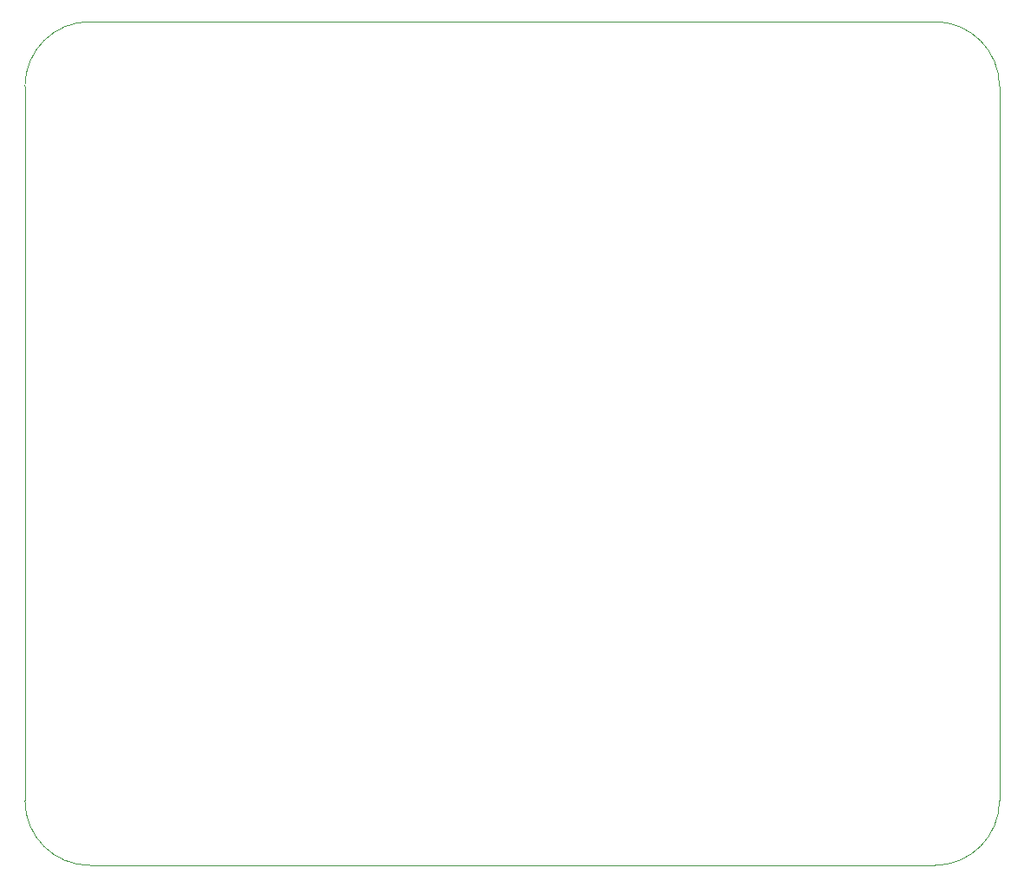
<source format=gbr>
%TF.GenerationSoftware,KiCad,Pcbnew,7.0.5*%
%TF.CreationDate,2023-09-16T15:25:37-07:00*%
%TF.ProjectId,ValveServoI2C,56616c76-6553-4657-9276-6f4932432e6b,rev?*%
%TF.SameCoordinates,Original*%
%TF.FileFunction,Profile,NP*%
%FSLAX46Y46*%
G04 Gerber Fmt 4.6, Leading zero omitted, Abs format (unit mm)*
G04 Created by KiCad (PCBNEW 7.0.5) date 2023-09-16 15:25:37*
%MOMM*%
%LPD*%
G01*
G04 APERTURE LIST*
%TA.AperFunction,Profile*%
%ADD10C,0.100000*%
%TD*%
G04 APERTURE END LIST*
D10*
X76200000Y-120650000D02*
X76200000Y-50800000D01*
X76200000Y-120650000D02*
G75*
G03*
X82550000Y-127000000I6350000J0D01*
G01*
X171450000Y-50800000D02*
X171450000Y-120650000D01*
X165100000Y-127000000D02*
G75*
G03*
X171450000Y-120650000I0J6350000D01*
G01*
X82550000Y-44450000D02*
G75*
G03*
X76200000Y-50800000I0J-6350000D01*
G01*
X165100000Y-127000000D02*
X82550000Y-127000000D01*
X82550000Y-44450000D02*
X165100000Y-44450000D01*
X171450000Y-50800000D02*
G75*
G03*
X165100000Y-44450000I-6350000J0D01*
G01*
M02*

</source>
